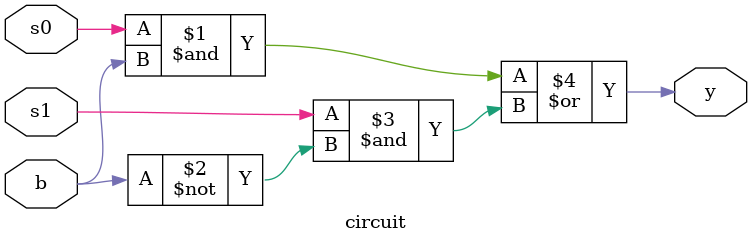
<source format=v>

`timescale 1ps / 1ps


module circuit(b, s0, s1, y);
    input b, s0, s1;
    output y;

    assign y = (s0 & b) | (s1 & ~b);


//}} End of automatically maintained section

// Enter your statements here //

endmodule

</source>
